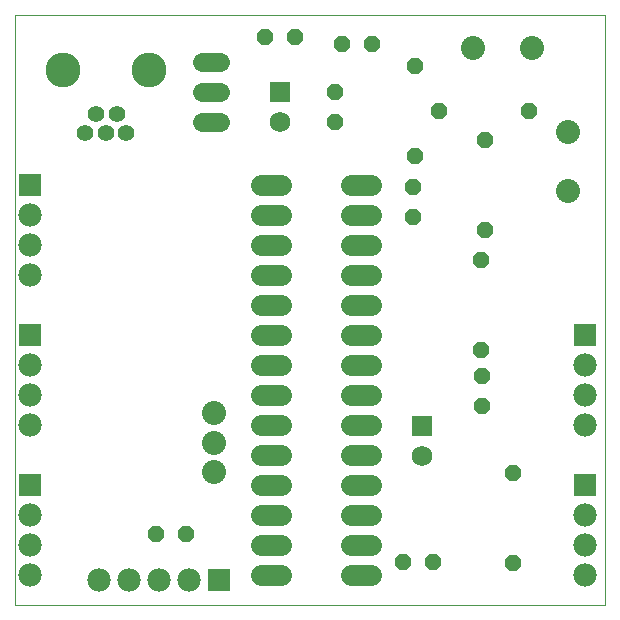
<source format=gbs>
G75*
G70*
%OFA0B0*%
%FSLAX24Y24*%
%IPPOS*%
%LPD*%
%AMOC8*
5,1,8,0,0,1.08239X$1,22.5*
%
%ADD10C,0.0000*%
%ADD11R,0.0780X0.0780*%
%ADD12C,0.0780*%
%ADD13C,0.0690*%
%ADD14C,0.0555*%
%ADD15C,0.1162*%
%ADD16C,0.0640*%
%ADD17R,0.0690X0.0690*%
%ADD18C,0.0690*%
%ADD19OC8,0.0560*%
%ADD20C,0.0800*%
D10*
X000151Y000101D02*
X000151Y019786D01*
X019836Y019786D01*
X019836Y000101D01*
X000151Y000101D01*
D11*
X000651Y004101D03*
X006950Y000947D03*
X019151Y004101D03*
X019151Y009101D03*
X000651Y009101D03*
X000651Y014101D03*
D12*
X000651Y013101D03*
X000651Y012101D03*
X000651Y011101D03*
X000651Y008101D03*
X000651Y007101D03*
X000651Y006101D03*
X000651Y003101D03*
X000651Y002101D03*
X000651Y001101D03*
X002950Y000947D03*
X003950Y000947D03*
X004950Y000947D03*
X005950Y000947D03*
X019151Y001101D03*
X019151Y002101D03*
X019151Y003101D03*
X019151Y006101D03*
X019151Y007101D03*
X019151Y008101D03*
D13*
X012015Y008101D02*
X011366Y008101D01*
X011366Y009101D02*
X012015Y009101D01*
X012015Y010101D02*
X011366Y010101D01*
X011366Y011101D02*
X012015Y011101D01*
X012015Y012101D02*
X011366Y012101D01*
X011366Y013101D02*
X012015Y013101D01*
X012015Y014101D02*
X011366Y014101D01*
X009015Y014101D02*
X008366Y014101D01*
X008366Y013101D02*
X009015Y013101D01*
X009015Y012101D02*
X008366Y012101D01*
X008366Y011101D02*
X009015Y011101D01*
X009015Y010101D02*
X008366Y010101D01*
X008366Y009101D02*
X009015Y009101D01*
X009015Y008101D02*
X008366Y008101D01*
X008366Y007101D02*
X009015Y007101D01*
X009015Y006101D02*
X008366Y006101D01*
X008366Y005101D02*
X009015Y005101D01*
X009015Y004101D02*
X008366Y004101D01*
X008366Y003101D02*
X009015Y003101D01*
X009015Y002101D02*
X008366Y002101D01*
X008366Y001101D02*
X009015Y001101D01*
X011366Y001101D02*
X012015Y001101D01*
X012015Y002101D02*
X011366Y002101D01*
X011366Y003101D02*
X012015Y003101D01*
X012015Y004101D02*
X011366Y004101D01*
X011366Y005101D02*
X012015Y005101D01*
X012015Y006101D02*
X011366Y006101D01*
X011366Y007101D02*
X012015Y007101D01*
D14*
X003861Y015843D03*
X003191Y015843D03*
X002491Y015843D03*
X002861Y016463D03*
X003551Y016463D03*
D15*
X004628Y017943D03*
X001754Y017943D03*
D16*
X006387Y018195D02*
X006987Y018195D01*
X006987Y017195D02*
X006387Y017195D01*
X006387Y016195D02*
X006987Y016195D01*
D17*
X008978Y017207D03*
X013730Y006073D03*
D18*
X013730Y005073D03*
X008978Y016207D03*
D19*
X010817Y016195D03*
X010817Y017195D03*
X011053Y018802D03*
X012053Y018802D03*
X013498Y018077D03*
X014297Y016577D03*
X015832Y015617D03*
X017297Y016577D03*
X013498Y015077D03*
X013435Y014046D03*
X013435Y013046D03*
X015691Y011613D03*
X015832Y012617D03*
X015691Y008613D03*
X015710Y007735D03*
X015710Y006735D03*
X016754Y004494D03*
X016754Y001494D03*
X014108Y001526D03*
X013108Y001526D03*
X005852Y002461D03*
X004852Y002461D03*
X008486Y019057D03*
X009486Y019057D03*
D20*
X015423Y018676D03*
X017391Y018676D03*
X018584Y015884D03*
X018584Y013916D03*
X006801Y006502D03*
X006801Y005518D03*
X006801Y004534D03*
M02*

</source>
